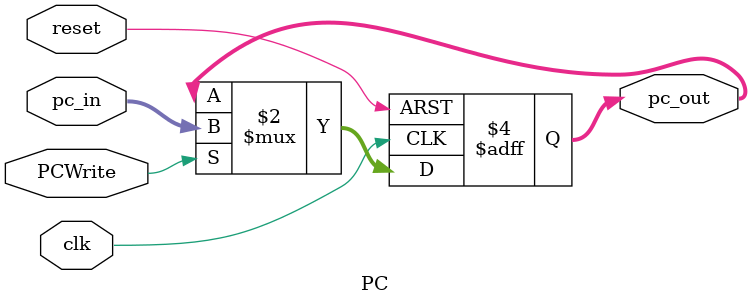
<source format=v>
module PC (
    input             clk,      // Clock signal for synchronization
    input             reset,    // Reset signal to initialize the PC
    input             PCWrite,  // Control signal to enable/disable PC update (from HDU)
    input      [63:0] pc_in,    // Input: Next PC value (calculated externally)
    output reg [63:0] pc_out    // Output: Current PC value
);
  always @(posedge clk or posedge reset) begin
    if (reset) begin
      pc_out <= 64'b0;  // If reset is active, set PC to 0
    end else if (PCWrite) begin
      pc_out <= pc_in;  // Update PC only when PCWrite is enabled
    end
  end
endmodule

//<= for synchrounus behavior in sequential circuits
</source>
